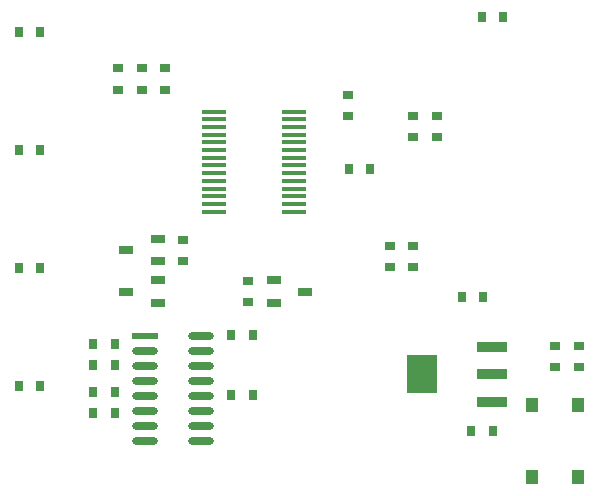
<source format=gtp>
%FSTAX24Y24*%
%MOIN*%
G70*
G01*
G75*
G04 Layer_Color=8421504*
%ADD10R,0.1004X0.0374*%
%ADD11R,0.1004X0.1299*%
%ADD12R,0.0433X0.0453*%
%ADD13R,0.0472X0.0256*%
%ADD14R,0.0374X0.0315*%
%ADD15R,0.0315X0.0374*%
%ADD16R,0.0807X0.0157*%
%ADD17O,0.0866X0.0236*%
%ADD18R,0.0866X0.0236*%
%ADD19C,0.0200*%
%ADD20C,0.0150*%
%ADD21C,0.0100*%
%ADD22C,0.0300*%
%ADD23C,0.0039*%
%ADD24C,0.0591*%
%ADD25C,0.0984*%
%ADD26R,0.0984X0.0984*%
%ADD27C,0.1800*%
%ADD28R,0.0591X0.0591*%
%ADD29R,0.0591X0.0591*%
G04:AMPARAMS|DCode=30|XSize=78.7mil|YSize=60mil|CornerRadius=0mil|HoleSize=0mil|Usage=FLASHONLY|Rotation=270.000|XOffset=0mil|YOffset=0mil|HoleType=Round|Shape=Octagon|*
%AMOCTAGOND30*
4,1,8,-0.0150,-0.0394,0.0150,-0.0394,0.0300,-0.0244,0.0300,0.0244,0.0150,0.0394,-0.0150,0.0394,-0.0300,0.0244,-0.0300,-0.0244,-0.0150,-0.0394,0.0*
%
%ADD30OCTAGOND30*%

%ADD31C,0.0320*%
%ADD32C,0.2441*%
%ADD33R,0.0472X0.0728*%
D10*
X096409Y072184D02*
D03*
Y07309D02*
D03*
Y073996D02*
D03*
D11*
X094067Y07309D02*
D03*
D12*
X099283Y072077D02*
D03*
Y069656D02*
D03*
X097748Y072077D02*
D03*
Y069656D02*
D03*
D13*
X09018Y075849D02*
D03*
X089135Y076223D02*
D03*
Y075475D02*
D03*
X084214Y077227D02*
D03*
X085259Y076853D02*
D03*
Y077601D02*
D03*
X084214Y075849D02*
D03*
X085259Y075475D02*
D03*
Y076223D02*
D03*
D14*
X094579Y081006D02*
D03*
Y081715D02*
D03*
X093791Y081006D02*
D03*
Y081715D02*
D03*
X085524Y08329D02*
D03*
Y082581D02*
D03*
X084736Y08329D02*
D03*
Y082581D02*
D03*
X083949Y08329D02*
D03*
Y082581D02*
D03*
X0916Y082402D02*
D03*
Y081693D02*
D03*
X099303Y074038D02*
D03*
Y073329D02*
D03*
X098516Y074038D02*
D03*
Y073329D02*
D03*
X086114Y076872D02*
D03*
Y077581D02*
D03*
X093791Y077384D02*
D03*
Y076676D02*
D03*
X093004Y077384D02*
D03*
Y076676D02*
D03*
X08828Y076203D02*
D03*
Y075494D02*
D03*
D15*
X083124Y074111D02*
D03*
X083832D02*
D03*
X083124Y071811D02*
D03*
X083832D02*
D03*
X08135Y072699D02*
D03*
X080642D02*
D03*
X08135Y076636D02*
D03*
X080642D02*
D03*
X08135Y080573D02*
D03*
X080642D02*
D03*
X08135Y08451D02*
D03*
X080642D02*
D03*
X092354Y079927D02*
D03*
X091646D02*
D03*
X095406Y075652D02*
D03*
X096114D02*
D03*
X095724Y07121D02*
D03*
X096432D02*
D03*
X088432Y074411D02*
D03*
X087724D02*
D03*
X083124Y073411D02*
D03*
X083832D02*
D03*
Y072511D02*
D03*
X083124D02*
D03*
X088432Y072411D02*
D03*
X087724D02*
D03*
X096074Y085D02*
D03*
X096782D02*
D03*
D16*
X089815Y078516D02*
D03*
Y078772D02*
D03*
Y079028D02*
D03*
Y079284D02*
D03*
Y07954D02*
D03*
Y079796D02*
D03*
Y080052D02*
D03*
Y080307D02*
D03*
Y080563D02*
D03*
Y080819D02*
D03*
Y081075D02*
D03*
Y081331D02*
D03*
Y081587D02*
D03*
Y081843D02*
D03*
X087138Y078516D02*
D03*
Y078772D02*
D03*
Y079028D02*
D03*
Y079284D02*
D03*
Y07954D02*
D03*
Y079796D02*
D03*
Y080052D02*
D03*
Y080307D02*
D03*
Y080563D02*
D03*
Y080819D02*
D03*
Y081075D02*
D03*
Y081331D02*
D03*
Y081587D02*
D03*
Y081843D02*
D03*
D17*
X084833Y070861D02*
D03*
X086723Y074361D02*
D03*
Y070861D02*
D03*
Y071361D02*
D03*
Y071861D02*
D03*
Y072361D02*
D03*
Y072861D02*
D03*
Y073361D02*
D03*
Y073861D02*
D03*
X084833Y071361D02*
D03*
Y071861D02*
D03*
Y072361D02*
D03*
Y072861D02*
D03*
Y073361D02*
D03*
Y073861D02*
D03*
D18*
Y074361D02*
D03*
M02*

</source>
